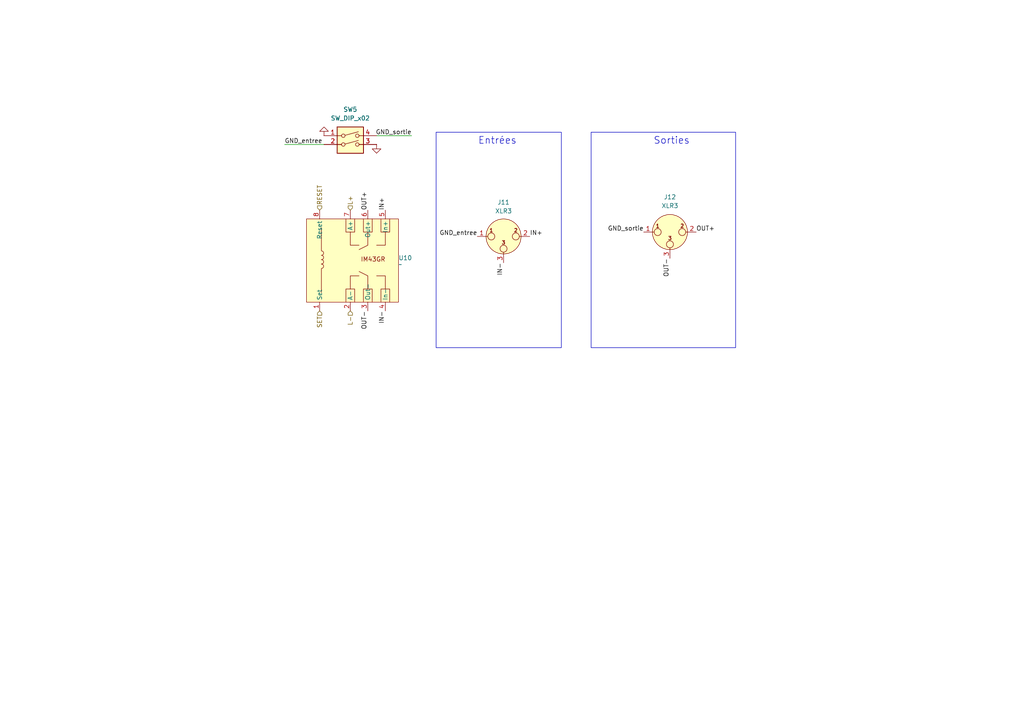
<source format=kicad_sch>
(kicad_sch (version 20250114) (generator "eeschema") (generator_version "9.0")
  (paper "A4")
  (lib_symbols
    (symbol "Connector_Audio:XLR3" (pin_names (hide yes))
      (property "Reference" "J" (at 0 8.89 0))
      (property "Value" "XLR3" (at 0 6.35 0))
      (symbol "XLR3_0_1"
        (polyline (pts (xy -5.08 0) (xy -4.572 0)))
        (circle (center -3.556 0) (radius 1.016))
        (circle (center 0 0) (radius 5.08) (fill (type background)))
        (circle (center 0 -3.556) (radius 1.016))
        (polyline (pts (xy 0 -5.08) (xy 0 -4.572)))
        (circle (center 3.556 0) (radius 1.016))
        (polyline (pts (xy 5.08 0) (xy 4.572 0)))
        (text "1" (at -3.556 1.778 0) (effects (font (size 1.016 1.016) (bold yes))))
        (text "3" (at 0 -1.778 0) (effects (font (size 1.016 1.016) (bold yes))))
        (text "2" (at 3.556 1.778 0) (effects (font (size 1.016 1.016) (bold yes))))
        (pin passive line (at -7.62 0 0) (length 2.54) (name "~") (number "1"))
        (pin passive line (at 0 -7.62 90) (length 2.54) (name "~") (number "3"))
        (pin passive line (at 7.62 0 180) (length 2.54) (name "~") (number "2"))
      )
    )
    (symbol "Relais:IM43GR_2FromC"
      (property "Reference" "U" (at 0 0.254 0))
      (symbol "IM43GR_2FromC_0_1"
        (polyline (pts (xy -8.382 3.556) (xy -8.382 10.16)))
        (arc (start -8.3793 3.429) (mid -7.747 2.794) (end -8.3793 2.159))
        (arc (start -8.3793 2.159) (mid -7.747 1.524) (end -8.3793 0.889))
        (arc (start -8.3793 0.889) (mid -7.747 0.254) (end -8.3793 -0.381))
        (arc (start -8.3793 -0.381) (mid -7.747 -1.016) (end -8.3793 -1.651))
        (polyline (pts (xy -8.382 -1.778) (xy -8.382 -8.636)))
        (polyline (pts (xy -1.27 12.7) (xy -1.27 8.89) (xy 1.27 8.89) (xy 1.27 12.7)))
        (polyline (pts (xy 0 8.89) (xy 0 5.08) (xy 2.54 5.08)))
        (polyline (pts (xy 0 -7.62) (xy 0 -3.81) (xy 2.54 -3.81)))
        (polyline (pts (xy 1.27 -11.43) (xy 1.27 -7.62) (xy -1.27 -7.62) (xy -1.27 -11.43)))
        (polyline (pts (xy 3.81 12.7) (xy 3.81 8.89) (xy 6.35 8.89) (xy 6.35 12.7)))
        (polyline (pts (xy 5.08 8.89) (xy 5.08 5.08) (xy 2.54 3.81)))
        (polyline (pts (xy 5.08 -7.62) (xy 5.08 -3.81) (xy 2.54 -2.54)))
        (polyline (pts (xy 6.35 -11.43) (xy 6.35 -7.62) (xy 3.81 -7.62) (xy 3.81 -11.43)))
        (polyline (pts (xy 8.89 12.7) (xy 8.89 8.89) (xy 11.43 8.89) (xy 11.43 12.7)))
        (polyline (pts (xy 10.16 8.89) (xy 10.16 5.08) (xy 7.62 5.08)))
        (polyline (pts (xy 10.16 -7.62) (xy 10.16 -3.81) (xy 7.62 -3.81)))
        (polyline (pts (xy 11.43 -11.43) (xy 11.43 -7.62) (xy 8.89 -7.62) (xy 8.89 -11.43)))
      )
      (symbol "IM43GR_2FromC_1_1"
        (rectangle (start -12.7 12.7) (end 13.97 -11.43) (fill (type color) (color 255 255 194 1)))
        (text "IM43GR\n" (at 6.604 1.016 0) (effects (font (size 1.27 1.27))))
        (pin input line (at -8.89 15.24 270) (length 2.54) (name "Reset") (number "8"))
        (pin input line (at -8.89 -13.97 90) (length 2.54) (name "Set") (number "1"))
        (pin input line (at 0 15.24 270) (length 2.54) (name "A+") (number "7"))
        (pin input line (at 0 -13.97 90) (length 2.54) (name "A-") (number "2"))
        (pin input line (at 5.08 15.24 270) (length 2.54) (name "Out+") (number "6"))
        (pin input line (at 5.08 -13.97 90) (length 2.54) (name "Out-") (number "3"))
        (pin input line (at 10.16 15.24 270) (length 2.54) (name "In+") (number "5"))
        (pin input line (at 10.16 -13.97 90) (length 2.54) (name "In-") (number "4"))
      )
    )
    (symbol "Switch:SW_DIP_x02" (pin_names (offset 0) (hide yes))
      (property "Reference" "SW" (at 0 6.35 0))
      (property "Value" "SW_DIP_x02" (at 0 -3.81 0))
      (symbol "SW_DIP_x02_0_0"
        (circle (center -2.032 2.54) (radius 0.508))
        (circle (center -2.032 0) (radius 0.508))
        (polyline (pts (xy -1.524 2.667) (xy 2.3622 3.7084)))
        (polyline (pts (xy -1.524 0.127) (xy 2.3622 1.1684)))
        (circle (center 2.032 2.54) (radius 0.508))
        (circle (center 2.032 0) (radius 0.508))
      )
      (symbol "SW_DIP_x02_0_1"
        (rectangle (start -3.81 5.08) (end 3.81 -2.54) (stroke (width 0.254)) (fill (type background)))
      )
      (symbol "SW_DIP_x02_1_1"
        (pin passive line (at -7.62 2.54 0) (length 5.08) (name "~") (number "1"))
        (pin passive line (at -7.62 0 0) (length 5.08) (name "~") (number "2"))
        (pin passive line (at 7.62 2.54 180) (length 5.08) (name "~") (number "4"))
        (pin passive line (at 7.62 0 180) (length 5.08) (name "~") (number "3"))
      )
    )
    (symbol "power:GND" (power) (pin_numbers (hide yes)) (pin_names (offset 0) (hide yes))
      (property "Value" "GND" (at 0 -3.81 0))
      (symbol "GND_0_1"
        (polyline (pts (xy 0 0) (xy 0 -1.27) (xy 1.27 -1.27) (xy 0 -2.54) (xy -1.27 -1.27) (xy 0 -1.27)))
      )
      (symbol "GND_1_1"
        (pin power_in line (at 0 0 270) (length 0) (name "~") (number "1"))
      )
    )
  )
  (rectangle (start 171.45 38.354) (end 213.36 100.838))
  (rectangle (start 126.492 38.354) (end 162.814 100.838))
  (text "Sorties\n" (at 194.818 40.894 0) (effects (font (size 2 2))))
  (text "Entrées\n" (at 144.272 40.894 0) (effects (font (size 2 2))))
  (wire (pts (xy 119.38 39.37) (xy 109.22 39.37)))
  (wire (pts (xy 82.55 41.91) (xy 93.98 41.91)))
  (label "OUT+" (at 201.93 67.31 0))
  (label "IN+" (at 153.67 68.58 0))
  (label "IN-" (at 111.76 90.17 270))
  (label "IN+" (at 111.76 60.96 90))
  (label "OUT-" (at 106.68 90.17 270))
  (label "OUT-" (at 194.31 74.93 270))
  (label "GND_entree" (at 138.43 68.58 180))
  (label "GND_sortie" (at 119.38 39.37 180))
  (label "GND_entree" (at 82.55 41.91 0))
  (label "OUT+" (at 106.68 60.96 90))
  (label "GND_sortie" (at 186.69 67.31 180))
  (label "IN-" (at 146.05 76.2 270))
  (hierarchical_label "L-" (shape input) (at 101.6 90.17 270))
  (hierarchical_label "L+" (shape input) (at 101.6 60.96 90))
  (hierarchical_label "SET" (shape input) (at 92.71 90.17 270))
  (hierarchical_label "RESET" (shape input) (at 92.71 60.96 90))
  (symbol (lib_id "Connector_Audio:XLR3") (at 194.31 67.31 0) (unit 1)
    (property "Reference" "J8" (at 194.31 57.15 0))
    (property "Value" "XLR3" (at 194.31 59.69 0))
    (property "Footprint" "Connector_Audio:Jack_XLR_Neutrik_NC3MAAV-1_Vertical" (effects (hide yes)))
    (property "Description" "XLR Connector, Male or Female, 3 Pins" (effects (hide yes)))
    (instances (project "PCB_Repetition" (path "" (reference "J12") (unit 1)) (path "" (reference "J10") (unit 1)) (path "" (reference "J8") (unit 1)) (path "" (reference "J18") (unit 1)) (path "" (reference "J16") (unit 1)) (path "" (reference "J14") (unit 1))))
  )
  (symbol (lib_id "Switch:SW_DIP_x02") (at 101.6 41.91 0) (unit 1)
    (property "Reference" "SW3" (at 101.6 31.75 0))
    (property "Value" "SW_DIP_x02" (at 101.6 34.29 0))
    (property "Footprint" "DIP_Switch:DIP_SW_1x02_P2.54mm" (effects (hide yes)))
    (property "Description" "2x DIP Switch, Single Pole Single Throw (SPST) switch, small symbol" (effects (hide yes)))
    (instances (project "" (path "" (reference "SW5") (unit 1)) (path "" (reference "SW4") (unit 1)) (path "" (reference "SW3") (unit 1)) (path "" (reference "SW8") (unit 1)) (path "" (reference "SW7") (unit 1)) (path "" (reference "SW6") (unit 1))))
  )
  (symbol (lib_id "Connector_Audio:XLR3") (at 146.05 68.58 0) (unit 1)
    (property "Reference" "J7" (at 146.05 58.674 0))
    (property "Value" "XLR3" (at 146.05 61.214 0))
    (property "Footprint" "Connector_Audio:Jack_XLR_Neutrik_NC3FAAV_Vertical" (effects (hide yes)))
    (property "Description" "XLR Connector, Male or Female, 3 Pins" (effects (hide yes)))
    (instances (project "PCB_Repetition" (path "" (reference "J11") (unit 1)) (path "" (reference "J9") (unit 1)) (path "" (reference "J7") (unit 1)) (path "" (reference "J17") (unit 1)) (path "" (reference "J15") (unit 1)) (path "" (reference "J13") (unit 1))))
  )
  (symbol (lib_id "power:GND") (at 109.22 41.91 0) (unit 1)
    (property "Reference" "#PWR062" (effects (hide yes)))
    (property "Value" "GND" (effects (hide yes)))
    (property "Description" "Power symbol creates a global label with name \"GND\" , ground" (effects (hide yes)))
    (instances (project "PCB_Repetition" (path "" (reference "#PWR066") (unit 1)) (path "" (reference "#PWR064") (unit 1)) (path "" (reference "#PWR062") (unit 1)) (path "" (reference "#PWR072") (unit 1)) (path "" (reference "#PWR070") (unit 1)) (path "" (reference "#PWR068") (unit 1))))
  )
  (symbol (lib_id "power:GND") (at 93.98 39.37 180) (unit 1)
    (property "Reference" "#PWR024" (effects (hide yes)))
    (property "Value" "GND" (effects (hide yes)))
    (property "Description" "Power symbol creates a global label with name \"GND\" , ground" (effects (hide yes)))
    (instances (project "PCB_Repetition" (path "" (reference "#PWR028") (unit 1)) (path "" (reference "#PWR025") (unit 1)) (path "" (reference "#PWR024") (unit 1)) (path "" (reference "#PWR075") (unit 1)) (path "" (reference "#PWR074") (unit 1)) (path "" (reference "#PWR031") (unit 1))))
  )
  (symbol (lib_id "Relais:IM43GR_2FromC") (at 101.6 76.2 0) (unit 1)
    (property "Reference" "U8" (at 115.57 74.8029 0) (effects (justify left)))
    (property "Value" "~" (at 115.57 76.708 0) (effects (justify left)))
    (property "Footprint" "Relais_Sig:IM43GR" (effects (hide yes)))
    (property "Datasheet" "https://www.te.com/commerce/DocumentDelivery/DDEController?Action=srchrtrv&DocNm=108-98001&DocType=Data%20Sheet&DocLang=English&DocFormat=pdf&PartCntxt=5-1462037-9" (effects (hide yes)))
    (property "Description" "General Purpose Signal Relay, DC, Bistable, 1 Coil, 2 Form C DPDT-CO, 2 A Contact Rating, 5 VDC Coil Voltage, 250 VAC Contact Voltage, Axicom IM" (effects (hide yes)))
    (property "MPN" "IM43GR" (effects (hide yes)))
    (instances (project "PCB_Repetition" (path "" (reference "U10") (unit 1)) (path "" (reference "U9") (unit 1)) (path "" (reference "U8") (unit 1)) (path "" (reference "U13") (unit 1)) (path "" (reference "U12") (unit 1)) (path "" (reference "U11") (unit 1))))
  )
)
</source>
